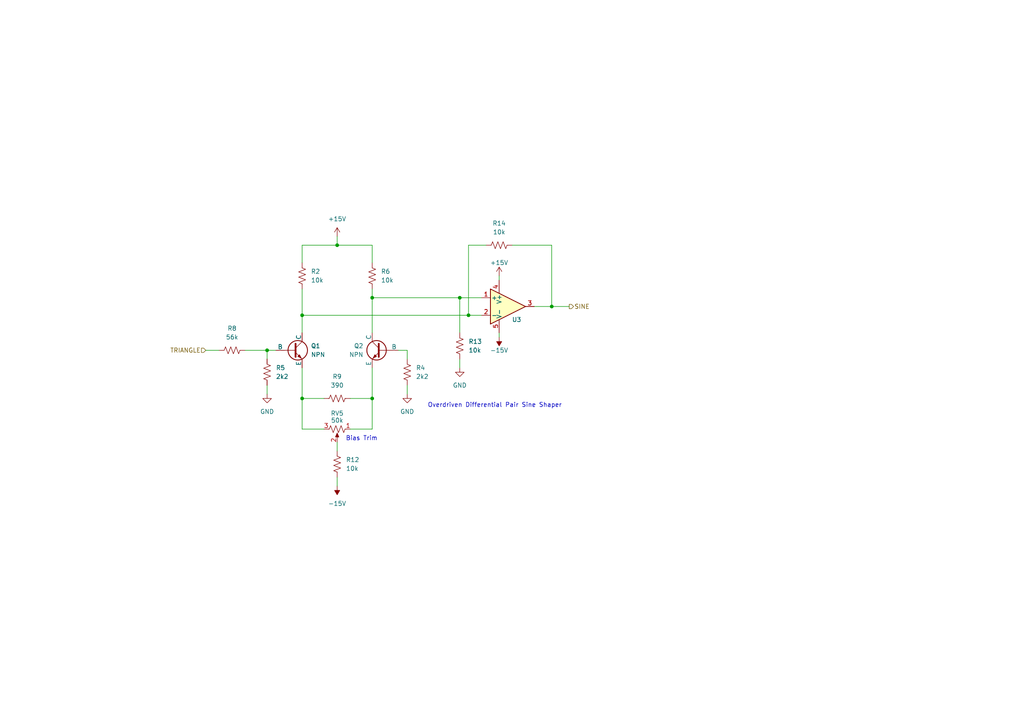
<source format=kicad_sch>
(kicad_sch (version 20231120) (generator "eeschema") (generator_version "8.0")
  (paper "A4")
  (lib_symbols
    (symbol "Device:R_Potentiometer_US" (pin_names (offset 1.016) hide)
      (property "Reference" "RV" (at -4.445 0 90))
      (property "Value" "R_Potentiometer_US" (at -2.54 0 90))
      (symbol "R_Potentiometer_US_0_1"
        (polyline (pts (xy 0 -2.286) (xy 0 -2.54)))
        (polyline (pts (xy 0 2.54) (xy 0 2.286)))
        (polyline (pts (xy 2.54 0) (xy 1.524 0)))
        (polyline (pts (xy 1.143 0) (xy 2.286 0.508) (xy 2.286 -0.508) (xy 1.143 0)) (fill (type outline)))
        (polyline (pts (xy 0 -0.762) (xy 1.016 -1.143) (xy 0 -1.524) (xy -1.016 -1.905) (xy 0 -2.286)))
        (polyline (pts (xy 0 0.762) (xy 1.016 0.381) (xy 0 0) (xy -1.016 -0.381) (xy 0 -0.762)))
        (polyline (pts (xy 0 2.286) (xy 1.016 1.905) (xy 0 1.524) (xy -1.016 1.143) (xy 0 0.762)))
      )
      (symbol "R_Potentiometer_US_1_1"
        (pin passive line (at 0 3.81 270) (length 1.27) (name "1") (number "1"))
        (pin passive line (at 3.81 0 180) (length 1.27) (name "2") (number "2"))
        (pin passive line (at 0 -3.81 90) (length 1.27) (name "3") (number "3"))
      )
    )
    (symbol "Device:R_US" (pin_numbers hide) (pin_names (offset 0))
      (property "Reference" "R" (at 2.54 0 90))
      (property "Value" "R_US" (at -2.54 0 90))
      (symbol "R_US_0_1"
        (polyline (pts (xy 0 -2.286) (xy 0 -2.54)))
        (polyline (pts (xy 0 2.286) (xy 0 2.54)))
        (polyline (pts (xy 0 -0.762) (xy 1.016 -1.143) (xy 0 -1.524) (xy -1.016 -1.905) (xy 0 -2.286)))
        (polyline (pts (xy 0 0.762) (xy 1.016 0.381) (xy 0 0) (xy -1.016 -0.381) (xy 0 -0.762)))
        (polyline (pts (xy 0 2.286) (xy 1.016 1.905) (xy 0 1.524) (xy -1.016 1.143) (xy 0 0.762)))
      )
      (symbol "R_US_1_1"
        (pin passive line (at 0 3.81 270) (length 1.27) (name "~") (number "1"))
        (pin passive line (at 0 -3.81 90) (length 1.27) (name "~") (number "2"))
      )
    )
    (symbol "PCM_4ms_Power-symbol:GND" (power) (pin_names (offset 0))
      (property "Value" "GND" (at 0 -3.81 0))
      (symbol "GND_0_1"
        (polyline (pts (xy 0 0) (xy 0 -1.27) (xy 1.27 -1.27) (xy 0 -2.54) (xy -1.27 -1.27) (xy 0 -1.27)))
      )
      (symbol "GND_1_1"
        (pin power_in line (at 0 0 270) (length 0) hide (name "GND") (number "1"))
      )
    )
    (symbol "Simulation_SPICE:NPN" (pin_numbers hide) (pin_names (offset 0))
      (property "Reference" "Q" (at -2.54 7.62 0))
      (property "Value" "NPN" (at -2.54 5.08 0))
      (symbol "NPN_0_1"
        (polyline (pts (xy -2.54 0) (xy 0.635 0)) (stroke (width 0.1524)))
        (polyline (pts (xy 0.635 0.635) (xy 2.54 2.54)))
        (polyline (pts (xy 2.794 -1.27) (xy 2.794 -1.27)) (stroke (width 0.1524)))
        (polyline (pts (xy 2.794 -1.27) (xy 2.794 -1.27)) (stroke (width 0.1524)))
        (polyline (pts (xy 0.635 -0.635) (xy 2.54 -2.54) (xy 2.54 -2.54)))
        (polyline (pts (xy 0.635 1.905) (xy 0.635 -1.905) (xy 0.635 -1.905)) (stroke (width 0.508)))
        (polyline (pts (xy 1.27 -1.778) (xy 1.778 -1.27) (xy 2.286 -2.286) (xy 1.27 -1.778) (xy 1.27 -1.778)) (fill (type outline)))
        (circle (center 1.27 0) (radius 2.8194) (stroke (width 0.254)))
      )
      (symbol "NPN_1_1"
        (pin open_collector line (at 2.54 5.08 270) (length 2.54) (name "C") (number "1"))
        (pin input line (at -5.08 0 0) (length 2.54) (name "B") (number "2"))
        (pin open_emitter line (at 2.54 -5.08 90) (length 2.54) (name "E") (number "3"))
      )
    )
    (symbol "Simulation_SPICE:OPAMP" (pin_names (offset 0.254))
      (property "Reference" "U" (at 3.81 3.175 0))
      (property "Value" "${SIM.PARAMS}" (at 3.81 -3.175 0))
      (symbol "OPAMP_0_1"
        (polyline (pts (xy 5.08 0) (xy -5.08 5.08) (xy -5.08 -5.08) (xy 5.08 0)) (stroke (width 0.254)) (fill (type background)))
      )
      (symbol "OPAMP_1_1"
        (pin input line (at -7.62 2.54 0) (length 2.54) (name "+") (number "1"))
        (pin input line (at -7.62 -2.54 0) (length 2.54) (name "-") (number "2"))
        (pin output line (at 7.62 0 180) (length 2.54) (name "~") (number "3"))
        (pin power_in line (at -2.54 7.62 270) (length 3.81) (name "V+") (number "4"))
        (pin power_in line (at -2.54 -7.62 90) (length 3.81) (name "V-") (number "5"))
      )
    )
    (symbol "power:+15V" (power) (pin_names (offset 0))
      (property "Value" "+15V" (at 0 3.556 0))
      (symbol "+15V_0_1"
        (polyline (pts (xy -0.762 1.27) (xy 0 2.54)))
        (polyline (pts (xy 0 0) (xy 0 2.54)))
        (polyline (pts (xy 0 2.54) (xy 0.762 1.27)))
      )
      (symbol "+15V_1_1"
        (pin power_in line (at 0 0 90) (length 0) hide (name "+15V") (number "1"))
      )
    )
    (symbol "power:-15V" (power) (pin_names (offset 0))
      (property "Value" "-15V" (at 0 3.81 0))
      (symbol "-15V_0_0"
        (pin power_in line (at 0 0 90) (length 0) hide (name "-15V") (number "1"))
      )
      (symbol "-15V_0_1"
        (polyline (pts (xy 0 0) (xy 0 1.27) (xy 0.762 1.27) (xy 0 2.54) (xy -0.762 1.27) (xy 0 1.27)) (fill (type outline)))
      )
    )
  )
  (junction (at 87.63 91.44))
  (junction (at 77.47 101.6))
  (junction (at 133.35 86.36))
  (junction (at 107.95 86.36))
  (junction (at 107.95 115.57))
  (junction (at 160.02 88.9))
  (junction (at 97.79 71.12))
  (junction (at 87.63 115.57))
  (junction (at 135.89 91.44))
  (wire (pts (xy 107.95 115.57) (xy 107.95 106.68)))
  (wire (pts (xy 87.63 106.68) (xy 87.63 115.57)))
  (wire (pts (xy 118.11 104.14) (xy 118.11 101.6)))
  (wire (pts (xy 87.63 71.12) (xy 97.79 71.12)))
  (wire (pts (xy 97.79 128.27) (xy 97.79 130.81)))
  (wire (pts (xy 133.35 86.36) (xy 133.35 96.52)))
  (wire (pts (xy 107.95 76.2) (xy 107.95 71.12)))
  (wire (pts (xy 63.5 101.6) (xy 59.69 101.6)))
  (wire (pts (xy 107.95 83.82) (xy 107.95 86.36)))
  (wire (pts (xy 87.63 91.44) (xy 87.63 83.82)))
  (wire (pts (xy 144.78 97.79) (xy 144.78 96.52)))
  (wire (pts (xy 140.97 71.12) (xy 135.89 71.12)))
  (wire (pts (xy 77.47 104.14) (xy 77.47 101.6)))
  (wire (pts (xy 97.79 71.12) (xy 97.79 68.58)))
  (wire (pts (xy 77.47 101.6) (xy 80.01 101.6)))
  (wire (pts (xy 118.11 114.3) (xy 118.11 111.76)))
  (wire (pts (xy 154.94 88.9) (xy 160.02 88.9)))
  (wire (pts (xy 107.95 124.46) (xy 107.95 115.57)))
  (wire (pts (xy 135.89 91.44) (xy 87.63 91.44)))
  (wire (pts (xy 135.89 71.12) (xy 135.89 91.44)))
  (wire (pts (xy 118.11 101.6) (xy 115.57 101.6)))
  (wire (pts (xy 107.95 86.36) (xy 107.95 96.52)))
  (wire (pts (xy 101.6 115.57) (xy 107.95 115.57)))
  (wire (pts (xy 101.6 124.46) (xy 107.95 124.46)))
  (wire (pts (xy 139.7 86.36) (xy 133.35 86.36)))
  (wire (pts (xy 93.98 115.57) (xy 87.63 115.57)))
  (wire (pts (xy 77.47 114.3) (xy 77.47 111.76)))
  (wire (pts (xy 148.59 71.12) (xy 160.02 71.12)))
  (wire (pts (xy 144.78 80.01) (xy 144.78 81.28)))
  (wire (pts (xy 97.79 138.43) (xy 97.79 140.97)))
  (wire (pts (xy 71.12 101.6) (xy 77.47 101.6)))
  (wire (pts (xy 133.35 104.14) (xy 133.35 106.68)))
  (wire (pts (xy 87.63 124.46) (xy 93.98 124.46)))
  (wire (pts (xy 87.63 91.44) (xy 87.63 96.52)))
  (wire (pts (xy 160.02 71.12) (xy 160.02 88.9)))
  (wire (pts (xy 87.63 115.57) (xy 87.63 124.46)))
  (wire (pts (xy 139.7 91.44) (xy 135.89 91.44)))
  (wire (pts (xy 97.79 71.12) (xy 107.95 71.12)))
  (wire (pts (xy 160.02 88.9) (xy 165.1 88.9)))
  (wire (pts (xy 133.35 86.36) (xy 107.95 86.36)))
  (wire (pts (xy 87.63 71.12) (xy 87.63 76.2)))
  (text "Overdriven Differential Pair Sine Shaper" (at 143.51 117.602 0) (effects (font (size 1.27 1.27))))
  (text "Bias Trim" (at 104.902 127.254 0) (effects (font (size 1.27 1.27))))
  (hierarchical_label "SINE" (shape output) (at 165.1 88.9 0))
  (hierarchical_label "TRIANGLE" (shape input) (at 59.69 101.6 180))
  (symbol (lib_id "Device:R_US") (at 133.35 100.33 0) (unit 1)
    (property "Reference" "R13" (at 135.89 99.06 0) (effects (justify left)))
    (property "Value" "10k" (at 135.89 101.6 0) (effects (justify left)))
  )
  (symbol (lib_id "Device:R_US") (at 77.47 107.95 0) (unit 1)
    (property "Reference" "R5" (at 80.01 106.68 0) (effects (justify left)))
    (property "Value" "2k2" (at 80.01 109.22 0) (effects (justify left)))
  )
  (symbol (lib_id "Device:R_US") (at 118.11 107.95 0) (unit 1)
    (property "Reference" "R4" (at 120.65 106.68 0) (effects (justify left)))
    (property "Value" "2k2" (at 120.65 109.22 0) (effects (justify left)))
  )
  (symbol (lib_id "PCM_4ms_Power-symbol:GND") (at 77.47 114.3 0) (unit 1)
    (property "Reference" "#PWR014" (effects (hide yes)))
    (property "Value" "GND" (at 77.47 119.38 0))
  )
  (symbol (lib_id "power:-15V") (at 97.79 140.97 180) (unit 1)
    (property "Reference" "#PWR015" (effects (hide yes)))
    (property "Value" "-15V" (at 97.79 146.05 0))
  )
  (symbol (lib_id "Device:R_US") (at 144.78 71.12 90) (unit 1)
    (property "Reference" "R14" (at 144.78 64.77 90))
    (property "Value" "10k" (at 144.78 67.31 90))
  )
  (symbol (lib_id "PCM_4ms_Power-symbol:GND") (at 133.35 106.68 0) (unit 1)
    (property "Reference" "#PWR016" (effects (hide yes)))
    (property "Value" "GND" (at 133.35 111.76 0))
  )
  (symbol (lib_id "Device:R_US") (at 87.63 80.01 180) (unit 1)
    (property "Reference" "R2" (at 90.17 78.7399 0) (effects (justify right)))
    (property "Value" "10k" (at 90.17 81.2799 0) (effects (justify right)))
  )
  (symbol (lib_id "power:+15V") (at 97.79 68.58 0) (unit 1)
    (property "Reference" "#PWR012" (effects (hide yes)))
    (property "Value" "+15V" (at 97.79 63.5 0))
  )
  (symbol (lib_id "Device:R_US") (at 67.31 101.6 90) (unit 1)
    (property "Reference" "R8" (at 67.31 95.25 90))
    (property "Value" "56k" (at 67.31 97.79 90))
    (property "Sim.Device" "R" (effects (hide yes)))
    (property "Sim.Pins" "1=+ 2=-" (effects (hide yes)))
  )
  (symbol (lib_id "Device:R_US") (at 97.79 134.62 0) (unit 1)
    (property "Reference" "R12" (at 100.33 133.35 0) (effects (justify left)))
    (property "Value" "10k" (at 100.33 135.89 0) (effects (justify left)))
  )
  (symbol (lib_id "Device:R_Potentiometer_US") (at 97.79 124.46 270) (unit 1)
    (property "Reference" "RV5" (at 97.79 119.888 90))
    (property "Value" "50k" (at 97.79 121.92 90))
    (property "Description" "Potentiometer, US symbol" (effects (hide yes)))
    (property "Sim.Device" "R" (effects (hide yes)))
    (property "Sim.Type" "POT" (effects (hide yes)))
    (property "Sim.Pins" "1=r0 2=wiper 3=r1" (effects (hide yes)))
    (property "Sim.Params" "r=50k" (effects (hide yes)))
  )
  (symbol (lib_id "power:+15V") (at 144.78 80.01 0) (mirror y) (unit 1)
    (property "Reference" "#PWR011" (effects (hide yes)))
    (property "Value" "+15V" (at 144.78 76.2 0))
  )
  (symbol (lib_id "Simulation_SPICE:OPAMP") (at 147.32 88.9 0) (unit 1)
    (property "Reference" "U3" (at 149.86 92.71 0))
    (property "Value" "${SIM.PARAMS}" (effects (hide yes)))
    (property "Sim.Pins" "1=1 2=2 3=5 4=3 5=4" (effects (hide yes)))
    (property "Sim.Device" "SUBCKT" (effects (hide yes)))
    (property "Sim.Library" "${KIPRJMOD}/spice_models/lm324.lib" (effects (hide yes)))
    (property "Sim.Name" "LM324" (effects (hide yes)))
  )
  (symbol (lib_id "Simulation_SPICE:NPN") (at 85.09 101.6 0) (unit 1)
    (property "Reference" "Q1" (at 90.17 100.33 0) (effects (justify left)))
    (property "Value" "NPN" (at 90.17 102.87 0) (effects (justify left)))
    (property "Sim.Device" "NPN" (effects (hide yes)))
    (property "Sim.Type" "GUMMELPOON" (effects (hide yes)))
    (property "Sim.Pins" "1=C 2=B 3=E" (effects (hide yes)))
  )
  (symbol (lib_id "Device:R_US") (at 107.95 80.01 180) (unit 1)
    (property "Reference" "R6" (at 110.49 78.7399 0) (effects (justify right)))
    (property "Value" "10k" (at 110.49 81.2799 0) (effects (justify right)))
  )
  (symbol (lib_id "power:-15V") (at 144.78 97.79 0) (mirror x) (unit 1)
    (property "Reference" "#PWR010" (effects (hide yes)))
    (property "Value" "-15V" (at 144.78 101.6 0))
  )
  (symbol (lib_id "Device:R_US") (at 97.79 115.57 90) (unit 1)
    (property "Reference" "R9" (at 97.79 109.22 90))
    (property "Value" "390" (at 97.79 111.76 90))
  )
  (symbol (lib_id "PCM_4ms_Power-symbol:GND") (at 118.11 114.3 0) (unit 1)
    (property "Reference" "#PWR013" (effects (hide yes)))
    (property "Value" "GND" (at 118.11 119.38 0))
  )
  (symbol (lib_id "Simulation_SPICE:NPN") (at 110.49 101.6 0) (mirror y) (unit 1)
    (property "Reference" "Q2" (at 105.41 100.33 0) (effects (justify left)))
    (property "Value" "NPN" (at 105.41 102.87 0) (effects (justify left)))
    (property "Sim.Device" "NPN" (effects (hide yes)))
    (property "Sim.Type" "GUMMELPOON" (effects (hide yes)))
    (property "Sim.Pins" "1=C 2=B 3=E" (effects (hide yes)))
  )
)
</source>
